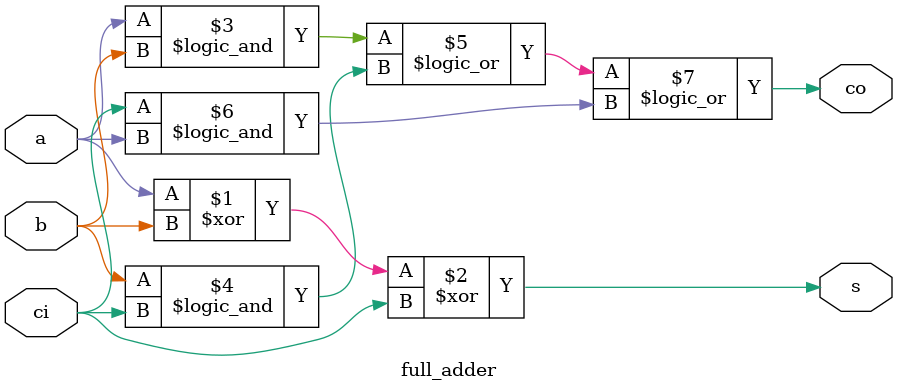
<source format=v>
module  full_adder(a,b,s,ci,co);
   input a,b,ci;   // a plus b    ci is from last adder
   output s,co; // s is sum (1bit)   co is current carry-bit
    assign s=a^b^ci;
    assign co=(a&&b)||(b&&ci)||(ci&&a);

endmodule

</source>
